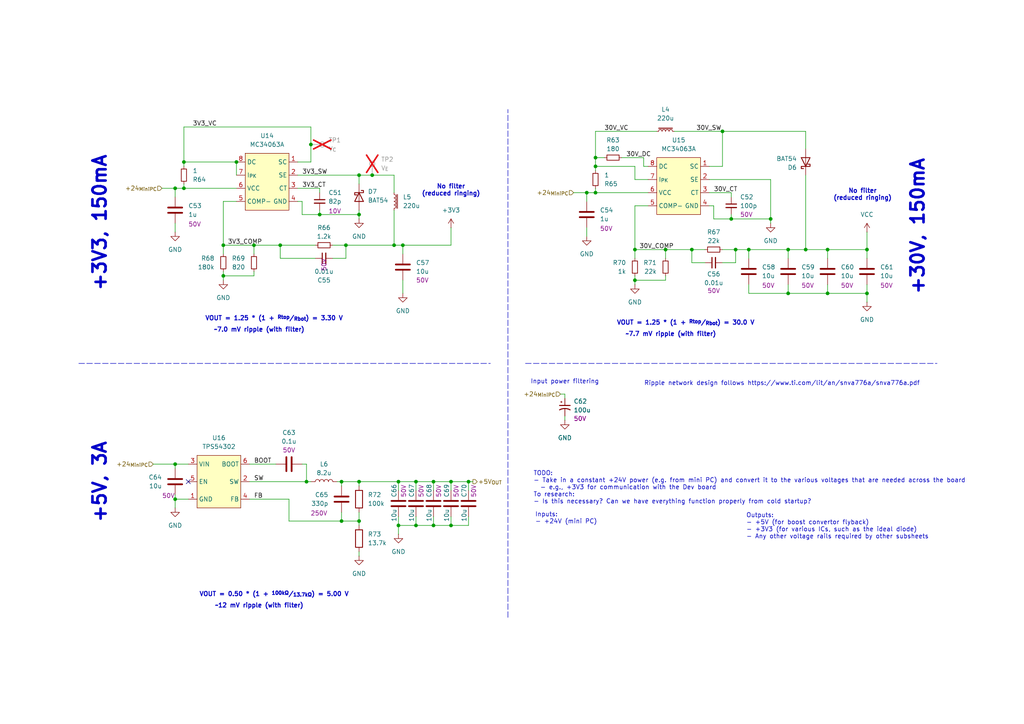
<source format=kicad_sch>
(kicad_sch (version 20250114) (generator "eeschema") (generator_version "9.0")
  (paper "A4")
  (title_block (title "Housekeeping Power Supplies") (date "2025-05-23") (rev "1") (company "UT Robomaster") (comment 1 "Robomaster"))
  (lib_symbols
    (symbol "! Robomaster ICs:MC34063A"
      (property "Reference" "U" (at 0 3.556 0))
      (property "Value" "MC34063A" (at 0 1.524 0))
      (symbol "MC34063A_1_1"
        (rectangle (start -6.35 0) (end 6.35 -16.51) (fill (type background)))
        (pin passive line (at -8.89 -2.54 0) (length 2.54) (name "DC") (number "8"))
        (pin input line (at -8.89 -6.35 0) (length 2.54) (name "I_{PK}") (number "7"))
        (pin power_in line (at -8.89 -10.16 0) (length 2.54) (name "VCC") (number "6"))
        (pin power_in line (at -8.89 -13.97 0) (length 2.54) (name "COMP-") (number "5"))
        (pin passive line (at 8.89 -2.54 180) (length 2.54) (name "SC") (number "1"))
        (pin passive line (at 8.89 -6.35 180) (length 2.54) (name "SE") (number "2"))
        (pin passive line (at 8.89 -10.16 180) (length 2.54) (name "CT") (number "3"))
        (pin power_in line (at 8.89 -13.97 180) (length 2.54) (name "GND") (number "4"))
      )
    )
    (symbol "! Robomaster ICs:TPS54302"
      (property "Reference" "U" (at 0 5.334 0))
      (property "Value" "TPS54302" (at 0 3.048 0))
      (symbol "TPS54302_1_1"
        (rectangle (start -6.35 -1.27) (end 6.35 -16.51) (fill (type background)))
        (pin power_in line (at -8.89 -3.81 0) (length 2.54) (name "VIN") (number "3"))
        (pin input line (at -8.89 -8.89 0) (length 2.54) (name "EN") (number "5"))
        (pin power_in line (at -8.89 -13.97 0) (length 2.54) (name "GND") (number "1"))
        (pin output line (at 8.89 -3.81 180) (length 2.54) (name "BOOT") (number "6"))
        (pin power_out line (at 8.89 -8.89 180) (length 2.54) (name "SW") (number "2"))
        (pin input line (at 8.89 -13.97 180) (length 2.54) (name "FB") (number "4"))
      )
    )
    (symbol "Connector:TestPoint" (pin_numbers (hide yes)) (pin_names (offset 0.762) (hide yes))
      (property "Reference" "TP" (at 0 6.858 0))
      (property "Value" "TestPoint" (at 0 5.08 0))
      (symbol "TestPoint_0_1"
        (circle (center 0 3.302) (radius 0.762))
      )
      (symbol "TestPoint_1_1"
        (pin passive line (at 0 0 90) (length 2.54) (name "1") (number "1"))
      )
    )
    (symbol "Device:C" (pin_numbers (hide yes)) (pin_names (offset 0.254))
      (property "Reference" "C" (at 0.635 2.54 0))
      (property "Value" "C" (at 0.635 -2.54 0))
      (symbol "C_0_1"
        (polyline (pts (xy -2.032 0.762) (xy 2.032 0.762)) (stroke (width 0.508)))
        (polyline (pts (xy -2.032 -0.762) (xy 2.032 -0.762)) (stroke (width 0.508)))
      )
      (symbol "C_1_1"
        (pin passive line (at 0 3.81 270) (length 2.794) (name "~") (number "1"))
        (pin passive line (at 0 -3.81 90) (length 2.794) (name "~") (number "2"))
      )
    )
    (symbol "Device:C_Polarized_Small_US" (pin_numbers (hide yes)) (pin_names (offset 0.254) (hide yes))
      (property "Reference" "C" (at 0.254 1.778 0))
      (property "Value" "C_Polarized_Small_US" (at 0.254 -2.032 0))
      (symbol "C_Polarized_Small_US_0_1"
        (polyline (pts (xy -1.524 0.508) (xy 1.524 0.508)) (stroke (width 0.3048)))
        (polyline (pts (xy -1.27 1.524) (xy -0.762 1.524)))
        (polyline (pts (xy -1.016 1.27) (xy -1.016 1.778)))
        (arc (start -1.524 -0.762) (mid 0 -0.3734) (end 1.524 -0.762) (stroke (width 0.3048)))
      )
      (symbol "C_Polarized_Small_US_1_1"
        (pin passive line (at 0 2.54 270) (length 2.032) (name "~") (number "1"))
        (pin passive line (at 0 -2.54 90) (length 2.032) (name "~") (number "2"))
      )
    )
    (symbol "Device:C_Small" (pin_numbers (hide yes)) (pin_names (offset 0.254) (hide yes))
      (property "Reference" "C" (at 0.254 1.778 0))
      (property "Value" "C_Small" (at 0.254 -2.032 0))
      (symbol "C_Small_0_1"
        (polyline (pts (xy -1.524 0.508) (xy 1.524 0.508)) (stroke (width 0.3048)))
        (polyline (pts (xy -1.524 -0.508) (xy 1.524 -0.508)) (stroke (width 0.3302)))
      )
      (symbol "C_Small_1_1"
        (pin passive line (at 0 2.54 270) (length 2.032) (name "~") (number "1"))
        (pin passive line (at 0 -2.54 90) (length 2.032) (name "~") (number "2"))
      )
    )
    (symbol "Device:D_Schottky" (pin_numbers (hide yes)) (pin_names (offset 1.016) (hide yes))
      (property "Reference" "D6" (at -0.3175 6.35 0))
      (property "Value" "BAT54" (at -0.3175 3.81 0))
      (symbol "D_Schottky_0_1"
        (polyline (pts (xy -1.905 0.635) (xy -1.905 1.27) (xy -1.27 1.27) (xy -1.27 -1.27) (xy -0.635 -1.27) (xy -0.635 -0.635)) (stroke (width 0.254)))
        (polyline (pts (xy 1.27 1.27) (xy 1.27 -1.27) (xy -1.27 0) (xy 1.27 1.27)) (stroke (width 0.254)))
        (polyline (pts (xy 1.27 0) (xy -1.27 0)))
      )
      (symbol "D_Schottky_1_1"
        (pin passive line (at -3.81 0 0) (length 2.54) (name "K") (number "3"))
        (pin passive line (at 3.81 0 180) (length 2.54) (name "A") (number "1"))
      )
    )
    (symbol "Device:L" (pin_numbers (hide yes)) (pin_names (offset 1.016) (hide yes))
      (property "Reference" "L" (at -1.27 0 90))
      (property "Value" "L" (at 1.905 0 90))
      (symbol "L_0_1"
        (arc (start 0 2.54) (mid 0.6323 1.905) (end 0 1.27))
        (arc (start 0 1.27) (mid 0.6323 0.635) (end 0 0))
        (arc (start 0 0) (mid 0.6323 -0.635) (end 0 -1.27))
        (arc (start 0 -1.27) (mid 0.6323 -1.905) (end 0 -2.54))
      )
      (symbol "L_1_1"
        (pin passive line (at 0 3.81 270) (length 1.27) (name "1") (number "1"))
        (pin passive line (at 0 -3.81 90) (length 1.27) (name "2") (number "2"))
      )
    )
    (symbol "Device:L_Iron_Small" (pin_numbers (hide yes)) (pin_names (offset 0.254) (hide yes))
      (property "Reference" "L" (at 1.27 1.016 0))
      (property "Value" "L_Iron_Small" (at 1.27 -1.27 0))
      (symbol "L_Iron_Small_0_1"
        (arc (start 0 2.032) (mid 0.5058 1.524) (end 0 1.016))
        (arc (start 0 1.016) (mid 0.5058 0.508) (end 0 0))
        (arc (start 0 0) (mid 0.5058 -0.508) (end 0 -1.016))
        (arc (start 0 -1.016) (mid 0.5058 -1.524) (end 0 -2.032))
        (polyline (pts (xy 0.762 2.032) (xy 0.762 -2.032)))
        (polyline (pts (xy 1.016 -2.032) (xy 1.016 2.032)))
      )
      (symbol "L_Iron_Small_1_1"
        (pin passive line (at 0 2.54 270) (length 0.508) (name "~") (number "1"))
        (pin passive line (at 0 -2.54 90) (length 0.508) (name "~") (number "2"))
      )
    )
    (symbol "Device:R" (pin_numbers (hide yes)) (pin_names (offset 0))
      (property "Reference" "R" (at 2.032 0 90))
      (property "Value" "R" (at 0 0 90))
      (symbol "R_0_1"
        (rectangle (start -1.016 -2.54) (end 1.016 2.54) (stroke (width 0.254)))
      )
      (symbol "R_1_1"
        (pin passive line (at 0 3.81 270) (length 1.27) (name "~") (number "1"))
        (pin passive line (at 0 -3.81 90) (length 1.27) (name "~") (number "2"))
      )
    )
    (symbol "Device:R_Small" (pin_numbers (hide yes)) (pin_names (offset 0.254) (hide yes))
      (property "Reference" "R" (at 0.762 0.508 0))
      (property "Value" "R_Small" (at 0.762 -1.016 0))
      (symbol "R_Small_0_1"
        (rectangle (start -0.762 1.778) (end 0.762 -1.778) (stroke (width 0.2032)))
      )
      (symbol "R_Small_1_1"
        (pin passive line (at 0 2.54 270) (length 0.762) (name "~") (number "1"))
        (pin passive line (at 0 -2.54 90) (length 0.762) (name "~") (number "2"))
      )
    )
    (symbol "power:+3V3" (power) (pin_numbers (hide yes)) (pin_names (offset 0) (hide yes))
      (property "Value" "+3V3" (at 0 3.556 0))
      (symbol "+3V3_0_1"
        (polyline (pts (xy -0.762 1.27) (xy 0 2.54)))
        (polyline (pts (xy 0 2.54) (xy 0.762 1.27)))
        (polyline (pts (xy 0 0) (xy 0 2.54)))
      )
      (symbol "+3V3_1_1"
        (pin power_in line (at 0 0 90) (length 0) (name "~") (number "1"))
      )
    )
    (symbol "power:GND" (power) (pin_numbers (hide yes)) (pin_names (offset 0) (hide yes))
      (property "Value" "GND" (at 0 -3.81 0))
      (symbol "GND_0_1"
        (polyline (pts (xy 0 0) (xy 0 -1.27) (xy 1.27 -1.27) (xy 0 -2.54) (xy -1.27 -1.27) (xy 0 -1.27)))
      )
      (symbol "GND_1_1"
        (pin power_in line (at 0 0 270) (length 0) (name "~") (number "1"))
      )
    )
    (symbol "power:VCC" (power) (pin_numbers (hide yes)) (pin_names (offset 0) (hide yes))
      (property "Value" "VCC" (at 0 3.556 0))
      (symbol "VCC_0_1"
        (polyline (pts (xy -0.762 1.27) (xy 0 2.54)))
        (polyline (pts (xy 0 2.54) (xy 0.762 1.27)))
        (polyline (pts (xy 0 0) (xy 0 2.54)))
      )
      (symbol "VCC_1_1"
        (pin power_in line (at 0 0 90) (length 0) (name "~") (number "1"))
      )
    )
  )
  (text "~12 mV ripple (with filter)" (at 75.184 175.768 0) (effects (font (size 1.27 1.27) (thickness 0.254) (bold yes))))
  (text "+5V, 3A" (at 26.67 139.954 90) (effects (font (size 3.81 3.81) (thickness 0.762) (bold yes)) (justify top)))
  (text "+3V3, 150mA" (at 26.67 64.77 90) (effects (font (size 3.81 3.81) (thickness 0.762) (bold yes)) (justify top)))
  (text "No filter\n(reduced ringing)" (at 250.19 56.515 0) (effects (font (size 1.27 1.27) (thickness 0.254) (bold yes))))
  (text "Outputs:\n- +5V (for boost convertor flyback)\n- +3V3 (for various ICs, such as the ideal diode)\n- Any other voltage rails required by other subsheets" (at 216.408 148.844 0) (effects (font (size 1.27 1.27)) (justify left top)))
  (text "VOUT = 1.25 * (1 + ^{Rtop}/_{Rbot}) = 30.0 V" (at 198.882 93.726 0) (effects (font (size 1.27 1.27) (thickness 0.254) (bold yes))))
  (text "Inputs:\n- +24V (mini PC)" (at 155.194 148.59 0) (effects (font (size 1.27 1.27)) (justify left top)))
  (text "~7.7 mV ripple (with filter)" (at 194.564 97.028 0) (effects (font (size 1.27 1.27) (thickness 0.254) (bold yes))))
  (text "TODO:\n- Take in a constant +24V power (e.g. from mini PC) and convert it to the various voltages that are needed across the board\n  - e.g., +3V3 for communication with the Dev board\nTo research:\n- Is this necessary? Can we have everything function properly from cold startup?" (at 154.686 136.652 0) (effects (font (size 1.27 1.27)) (justify left top)))
  (text "~7.0 mV ripple (with filter)" (at 75.184 95.758 0) (effects (font (size 1.27 1.27) (thickness 0.254) (bold yes))))
  (text "Ripple network design follows https://www.ti.com/lit/an/snva776a/snva776a.pdf" (at 226.822 111.252 0) (effects (font (size 1.27 1.27))))
  (text "Input power filtering" (at 163.83 111.506 0) (effects (font (size 1.27 1.27)) (justify bottom)))
  (text "VOUT = 1.25 * (1 + ^{Rtop}/_{Rbot}) = 3.30 V" (at 79.502 92.456 0) (effects (font (size 1.27 1.27) (thickness 0.254) (bold yes))))
  (text "No filter\n(reduced ringing)" (at 130.81 55.245 0) (effects (font (size 1.27 1.27) (thickness 0.254) (bold yes))))
  (text "VOUT = 0.50 * (1 + ^{100kΩ}/_{13.7kΩ}) = 5.00 V" (at 79.502 172.466 0) (effects (font (size 1.27 1.27) (thickness 0.254) (bold yes))))
  (text "+30V, 150mA" (at 263.906 65.786 90) (effects (font (size 3.81 3.81) (thickness 0.762) (bold yes)) (justify top)))
  (junction (at 251.46 85.09))
  (junction (at 200.66 72.39))
  (junction (at 172.72 45.72))
  (junction (at 193.04 72.39))
  (junction (at 213.36 72.39))
  (junction (at 53.34 46.99))
  (junction (at 170.18 55.88))
  (junction (at 125.73 152.4))
  (junction (at 81.28 71.12))
  (junction (at 135.89 139.7))
  (junction (at 115.57 139.7))
  (junction (at 130.81 139.7))
  (junction (at 114.3 71.12))
  (junction (at 64.77 71.12))
  (junction (at 184.15 81.28))
  (junction (at 212.09 63.5))
  (junction (at 115.57 152.4))
  (junction (at 104.14 62.23))
  (junction (at 209.55 38.1))
  (junction (at 50.8 144.78))
  (junction (at 184.15 72.39))
  (junction (at 104.14 50.8))
  (junction (at 130.81 152.4))
  (junction (at 99.06 139.7))
  (junction (at 217.17 72.39))
  (junction (at 223.52 63.5))
  (junction (at 50.8 54.61))
  (junction (at 104.14 139.7))
  (junction (at 240.03 85.09))
  (junction (at 172.72 48.26))
  (junction (at 240.03 72.39))
  (junction (at 233.68 72.39))
  (junction (at 90.17 41.91))
  (junction (at 228.6 72.39))
  (junction (at 68.58 46.99))
  (junction (at 88.9 139.7))
  (junction (at 73.66 71.12))
  (junction (at 100.33 71.12))
  (junction (at 228.6 85.09))
  (junction (at 120.65 139.7))
  (junction (at 53.34 54.61))
  (junction (at 92.71 62.23))
  (junction (at 125.73 139.7))
  (junction (at 99.06 151.13))
  (junction (at 64.77 80.01))
  (junction (at 104.14 151.13))
  (junction (at 116.84 71.12))
  (junction (at 120.65 152.4))
  (junction (at 107.95 50.8))
  (junction (at 50.8 134.62))
  (junction (at 172.72 55.88))
  (junction (at 251.46 72.39))
  (no_connect (at 54.61 139.7))
  (wire (pts (xy 170.18 55.88) (xy 172.72 55.88)))
  (wire (pts (xy 163.83 120.65) (xy 163.83 121.92)))
  (wire (pts (xy 212.09 57.15) (xy 212.09 55.88)))
  (wire (pts (xy 172.72 45.72) (xy 172.72 48.26)))
  (wire (pts (xy 100.33 71.12) (xy 114.3 71.12)))
  (polyline (pts (xy 22.86 105.41) (xy 142.24 105.41)) (stroke (width 0) (type dash)))
  (wire (pts (xy 114.3 55.88) (xy 114.3 50.8)))
  (wire (pts (xy 187.96 52.07) (xy 184.15 52.07)))
  (wire (pts (xy 200.66 76.2) (xy 200.66 72.39)))
  (wire (pts (xy 104.14 139.7) (xy 115.57 139.7)))
  (wire (pts (xy 99.06 139.7) (xy 99.06 140.97)))
  (wire (pts (xy 233.68 38.1) (xy 233.68 43.18)))
  (wire (pts (xy 170.18 55.88) (xy 170.18 58.42)))
  (wire (pts (xy 116.84 81.28) (xy 116.84 85.09)))
  (wire (pts (xy 217.17 72.39) (xy 217.17 74.93)))
  (wire (pts (xy 72.39 134.62) (xy 80.01 134.62)))
  (wire (pts (xy 172.72 38.1) (xy 172.72 45.72)))
  (wire (pts (xy 104.14 60.96) (xy 104.14 62.23)))
  (wire (pts (xy 205.74 52.07) (xy 223.52 52.07)))
  (wire (pts (xy 187.96 59.69) (xy 184.15 59.69)))
  (wire (pts (xy 162.56 114.3) (xy 163.83 114.3)))
  (wire (pts (xy 193.04 72.39) (xy 200.66 72.39)))
  (wire (pts (xy 114.3 71.12) (xy 116.84 71.12)))
  (wire (pts (xy 125.73 149.86) (xy 125.73 152.4)))
  (wire (pts (xy 99.06 148.59) (xy 99.06 151.13)))
  (wire (pts (xy 193.04 81.28) (xy 184.15 81.28)))
  (wire (pts (xy 213.36 72.39) (xy 213.36 76.2)))
  (wire (pts (xy 130.81 152.4) (xy 135.89 152.4)))
  (wire (pts (xy 209.55 38.1) (xy 233.68 38.1)))
  (wire (pts (xy 114.3 60.96) (xy 114.3 71.12)))
  (wire (pts (xy 135.89 142.24) (xy 135.89 139.7)))
  (wire (pts (xy 53.34 36.83) (xy 53.34 46.99)))
  (wire (pts (xy 104.14 160.02) (xy 104.14 161.29)))
  (wire (pts (xy 68.58 46.99) (xy 68.58 50.8)))
  (wire (pts (xy 184.15 80.01) (xy 184.15 81.28)))
  (wire (pts (xy 125.73 139.7) (xy 130.81 139.7)))
  (wire (pts (xy 130.81 139.7) (xy 135.89 139.7)))
  (wire (pts (xy 44.45 134.62) (xy 50.8 134.62)))
  (wire (pts (xy 50.8 144.78) (xy 54.61 144.78)))
  (wire (pts (xy 135.89 139.7) (xy 137.16 139.7)))
  (wire (pts (xy 205.74 48.26) (xy 209.55 48.26)))
  (wire (pts (xy 90.17 36.83) (xy 53.34 36.83)))
  (wire (pts (xy 116.84 71.12) (xy 116.84 73.66)))
  (wire (pts (xy 180.34 45.72) (xy 186.69 45.72)))
  (wire (pts (xy 193.04 72.39) (xy 193.04 74.93)))
  (wire (pts (xy 73.66 71.12) (xy 73.66 73.66)))
  (wire (pts (xy 228.6 82.55) (xy 228.6 85.09)))
  (wire (pts (xy 135.89 152.4) (xy 135.89 149.86)))
  (wire (pts (xy 115.57 149.86) (xy 115.57 152.4)))
  (wire (pts (xy 205.74 59.69) (xy 207.01 59.69)))
  (wire (pts (xy 209.55 38.1) (xy 195.58 38.1)))
  (wire (pts (xy 50.8 144.78) (xy 50.8 147.32)))
  (wire (pts (xy 83.82 151.13) (xy 83.82 144.78)))
  (wire (pts (xy 228.6 72.39) (xy 228.6 74.93)))
  (wire (pts (xy 92.71 62.23) (xy 87.63 62.23)))
  (wire (pts (xy 130.81 71.12) (xy 130.81 66.04)))
  (wire (pts (xy 233.68 50.8) (xy 233.68 72.39)))
  (wire (pts (xy 228.6 72.39) (xy 233.68 72.39)))
  (wire (pts (xy 186.69 48.26) (xy 187.96 48.26)))
  (wire (pts (xy 240.03 85.09) (xy 251.46 85.09)))
  (wire (pts (xy 53.34 54.61) (xy 68.58 54.61)))
  (wire (pts (xy 92.71 54.61) (xy 86.36 54.61)))
  (wire (pts (xy 115.57 152.4) (xy 115.57 154.94)))
  (wire (pts (xy 91.44 74.93) (xy 81.28 74.93)))
  (wire (pts (xy 64.77 78.74) (xy 64.77 80.01)))
  (wire (pts (xy 184.15 48.26) (xy 172.72 48.26)))
  (wire (pts (xy 193.04 80.01) (xy 193.04 81.28)))
  (wire (pts (xy 212.09 63.5) (xy 207.01 63.5)))
  (wire (pts (xy 190.5 38.1) (xy 172.72 38.1)))
  (wire (pts (xy 251.46 82.55) (xy 251.46 85.09)))
  (wire (pts (xy 73.66 78.74) (xy 73.66 80.01)))
  (wire (pts (xy 88.9 139.7) (xy 90.17 139.7)))
  (wire (pts (xy 172.72 48.26) (xy 172.72 49.53)))
  (wire (pts (xy 87.63 134.62) (xy 88.9 134.62)))
  (wire (pts (xy 100.33 71.12) (xy 100.33 74.93)))
  (wire (pts (xy 184.15 81.28) (xy 184.15 82.55)))
  (wire (pts (xy 240.03 82.55) (xy 240.03 85.09)))
  (wire (pts (xy 99.06 151.13) (xy 83.82 151.13)))
  (wire (pts (xy 184.15 59.69) (xy 184.15 72.39)))
  (wire (pts (xy 115.57 139.7) (xy 120.65 139.7)))
  (wire (pts (xy 50.8 54.61) (xy 53.34 54.61)))
  (wire (pts (xy 120.65 149.86) (xy 120.65 152.4)))
  (wire (pts (xy 170.18 66.04) (xy 170.18 68.58)))
  (wire (pts (xy 213.36 72.39) (xy 217.17 72.39)))
  (wire (pts (xy 240.03 72.39) (xy 240.03 74.93)))
  (wire (pts (xy 72.39 144.78) (xy 83.82 144.78)))
  (wire (pts (xy 115.57 139.7) (xy 115.57 142.24)))
  (wire (pts (xy 251.46 72.39) (xy 251.46 74.93)))
  (wire (pts (xy 86.36 46.99) (xy 90.17 46.99)))
  (wire (pts (xy 96.52 71.12) (xy 100.33 71.12)))
  (wire (pts (xy 64.77 71.12) (xy 64.77 73.66)))
  (wire (pts (xy 213.36 76.2) (xy 209.55 76.2)))
  (wire (pts (xy 223.52 63.5) (xy 212.09 63.5)))
  (wire (pts (xy 120.65 152.4) (xy 125.73 152.4)))
  (wire (pts (xy 186.69 45.72) (xy 186.69 48.26)))
  (wire (pts (xy 81.28 74.93) (xy 81.28 71.12)))
  (wire (pts (xy 130.81 149.86) (xy 130.81 152.4)))
  (wire (pts (xy 251.46 85.09) (xy 251.46 87.63)))
  (wire (pts (xy 172.72 54.61) (xy 172.72 55.88)))
  (wire (pts (xy 46.99 54.61) (xy 50.8 54.61)))
  (wire (pts (xy 53.34 53.34) (xy 53.34 54.61)))
  (wire (pts (xy 50.8 134.62) (xy 50.8 135.89)))
  (wire (pts (xy 104.14 148.59) (xy 104.14 151.13)))
  (wire (pts (xy 72.39 139.7) (xy 88.9 139.7)))
  (wire (pts (xy 223.52 63.5) (xy 223.52 64.77)))
  (wire (pts (xy 184.15 52.07) (xy 184.15 48.26)))
  (wire (pts (xy 50.8 134.62) (xy 54.61 134.62)))
  (wire (pts (xy 73.66 80.01) (xy 64.77 80.01)))
  (wire (pts (xy 209.55 72.39) (xy 213.36 72.39)))
  (wire (pts (xy 212.09 62.23) (xy 212.09 63.5)))
  (wire (pts (xy 86.36 58.42) (xy 87.63 58.42)))
  (wire (pts (xy 104.14 139.7) (xy 104.14 140.97)))
  (wire (pts (xy 90.17 41.91) (xy 90.17 46.99)))
  (wire (pts (xy 217.17 85.09) (xy 228.6 85.09)))
  (wire (pts (xy 120.65 139.7) (xy 120.65 142.24)))
  (wire (pts (xy 209.55 38.1) (xy 209.55 48.26)))
  (wire (pts (xy 125.73 139.7) (xy 125.73 142.24)))
  (wire (pts (xy 64.77 58.42) (xy 64.77 71.12)))
  (wire (pts (xy 204.47 76.2) (xy 200.66 76.2)))
  (wire (pts (xy 99.06 151.13) (xy 104.14 151.13)))
  (wire (pts (xy 50.8 143.51) (xy 50.8 144.78)))
  (wire (pts (xy 184.15 72.39) (xy 193.04 72.39)))
  (wire (pts (xy 64.77 71.12) (xy 73.66 71.12)))
  (wire (pts (xy 92.71 55.88) (xy 92.71 54.61)))
  (wire (pts (xy 107.95 50.8) (xy 114.3 50.8)))
  (wire (pts (xy 100.33 74.93) (xy 96.52 74.93)))
  (wire (pts (xy 104.14 50.8) (xy 104.14 53.34)))
  (wire (pts (xy 184.15 72.39) (xy 184.15 74.93)))
  (wire (pts (xy 53.34 46.99) (xy 53.34 48.26)))
  (wire (pts (xy 104.14 50.8) (xy 107.95 50.8)))
  (wire (pts (xy 217.17 72.39) (xy 228.6 72.39)))
  (wire (pts (xy 120.65 139.7) (xy 125.73 139.7)))
  (polyline (pts (xy 147.32 179.07) (xy 147.32 31.75)) (stroke (width 0) (type dash)))
  (wire (pts (xy 251.46 72.39) (xy 251.46 67.31)))
  (wire (pts (xy 233.68 72.39) (xy 240.03 72.39)))
  (wire (pts (xy 240.03 72.39) (xy 251.46 72.39)))
  (wire (pts (xy 172.72 45.72) (xy 175.26 45.72)))
  (wire (pts (xy 64.77 80.01) (xy 64.77 81.28)))
  (wire (pts (xy 217.17 85.09) (xy 217.17 82.55)))
  (wire (pts (xy 68.58 58.42) (xy 64.77 58.42)))
  (wire (pts (xy 125.73 152.4) (xy 130.81 152.4)))
  (wire (pts (xy 92.71 60.96) (xy 92.71 62.23)))
  (wire (pts (xy 88.9 134.62) (xy 88.9 139.7)))
  (wire (pts (xy 104.14 50.8) (xy 86.36 50.8)))
  (wire (pts (xy 99.06 139.7) (xy 104.14 139.7)))
  (wire (pts (xy 50.8 64.77) (xy 50.8 67.31)))
  (wire (pts (xy 73.66 71.12) (xy 81.28 71.12)))
  (polyline (pts (xy 152.4 105.41) (xy 271.78 105.41)) (stroke (width 0) (type dash)))
  (wire (pts (xy 172.72 55.88) (xy 187.96 55.88)))
  (wire (pts (xy 130.81 139.7) (xy 130.81 142.24)))
  (wire (pts (xy 104.14 62.23) (xy 104.14 63.5)))
  (wire (pts (xy 163.83 114.3) (xy 163.83 115.57)))
  (wire (pts (xy 53.34 46.99) (xy 68.58 46.99)))
  (wire (pts (xy 212.09 55.88) (xy 205.74 55.88)))
  (wire (pts (xy 90.17 36.83) (xy 90.17 41.91)))
  (wire (pts (xy 104.14 151.13) (xy 104.14 152.4)))
  (wire (pts (xy 200.66 72.39) (xy 204.47 72.39)))
  (wire (pts (xy 116.84 71.12) (xy 130.81 71.12)))
  (wire (pts (xy 104.14 62.23) (xy 92.71 62.23)))
  (wire (pts (xy 97.79 139.7) (xy 99.06 139.7)))
  (wire (pts (xy 50.8 54.61) (xy 50.8 57.15)))
  (wire (pts (xy 115.57 152.4) (xy 120.65 152.4)))
  (wire (pts (xy 223.52 52.07) (xy 223.52 63.5)))
  (wire (pts (xy 81.28 71.12) (xy 91.44 71.12)))
  (wire (pts (xy 207.01 59.69) (xy 207.01 63.5)))
  (wire (pts (xy 87.63 58.42) (xy 87.63 62.23)))
  (wire (pts (xy 166.37 55.88) (xy 170.18 55.88)))
  (wire (pts (xy 228.6 85.09) (xy 240.03 85.09)))
  (label "30V_DC" (at 181.61 45.72 0))
  (label "3V3_COMP" (at 66.04 71.12 0))
  (label "3V3_CT" (at 87.63 54.61 0))
  (label "SW" (at 73.66 139.7 0))
  (label "30V_SW" (at 201.93 38.1 0))
  (label "FB" (at 73.66 144.78 0))
  (label "30V_VC" (at 175.26 38.1 0))
  (label "30V_COMP" (at 185.42 72.39 0))
  (label "30V_CT" (at 207.01 55.88 0))
  (label "3V3_SW" (at 87.63 50.8 0))
  (label "BOOT" (at 73.66 134.62 0))
  (label "3V3_VC" (at 55.88 36.83 0))
  (hierarchical_label "+5V_{OUT}" (shape output) (at 137.16 139.7 0))
  (hierarchical_label "+24_{MiniPC}" (shape input) (at 44.45 134.62 180))
  (hierarchical_label "+24_{MiniPC}" (shape input) (at 46.99 54.61 180))
  (hierarchical_label "+24_{MiniPC}" (shape input) (at 166.37 55.88 180))
  (hierarchical_label "+24_{MiniPC}" (shape input) (at 162.56 114.3 180))
  (symbol (lib_id "power:GND") (at 104.14 161.29 0) (unit 1)
    (property "Reference" "#PWR096" (effects (hide yes)))
    (property "Value" "GND" (at 104.14 166.37 0))
    (property "Description" "Power symbol creates a global label with name \"GND\" , ground" (effects (hide yes)))
  )
  (symbol (lib_id "power:+3V3") (at 130.81 66.04 0) (unit 1)
    (property "Reference" "#PWR085" (effects (hide yes)))
    (property "Value" "+3V3" (at 130.81 60.96 0))
    (property "Description" "Power symbol creates a global label with name \"+3V3\"" (effects (hide yes)))
    (instances (project "SupercapManager" (path "" (reference "#PWR085") (unit 1))) (project "Housekeeping Rev1" (path "" (reference "#PWR015") (unit 1))) (project "SupercapManager" (path "" (reference "#PWR085") (unit 1))))
  )
  (symbol (lib_id "Device:R_Small") (at 93.98 71.12 90) (unit 1)
    (property "Reference" "R66" (at 93.98 66.04 90))
    (property "Value" "1.2k" (at 93.98 68.58 90))
    (property "Footprint" "Resistor_SMD:R_0603_1608Metric_Pad0.98x0.95mm_HandSolder" (effects (hide yes)))
    (property "Datasheet" "https://www.mouser.com/datasheet/2/447/PYu_RT_1_to_0_01_RoHS_L_15-3461507.pdf" (effects (hide yes)))
    (property "Description" "Resistor, small symbol" (effects (hide yes)))
    (property "Mouser Part Number" "603-RT0603DRD071K2L" (effects (hide yes)))
    (instances (project "SupercapManager" (path "" (reference "R66") (unit 1))) (project "Housekeeping Rev1" (path "" (reference "R7") (unit 1))) (project "SupercapManager" (path "" (reference "R66") (unit 1))))
  )
  (symbol (lib_id "Device:C") (at 240.03 78.74 0) (unit 1)
    (property "Reference" "C60" (at 243.84 77.4699 0) (effects (justify left)))
    (property "Value" "10u" (at 243.84 80.0099 0) (effects (justify left)))
    (property "Footprint" "Capacitor_SMD:C_1206_3216Metric_Pad1.33x1.80mm_HandSolder" (effects (hide yes)))
    (property "Datasheet" "https://www.mouser.com/datasheet/2/585/MLCC-1837944.pdf" (effects (hide yes)))
    (property "Description" "Unpolarized capacitor" (effects (hide yes)))
    (property "Mouser Part Number" "187-CL31A106KBHNNNE" (effects (hide yes)))
    (property "Voltage Rating" "50V" (at 243.84 82.804 0) (effects (justify left)))
  )
  (symbol (lib_id "Device:D_Schottky") (at 233.68 46.99 90) (unit 1)
    (property "Reference" "D6" (at 231.14 48.5776 90) (effects (justify left)))
    (property "Value" "BAT54" (at 231.14 46.0376 90) (effects (justify left)))
    (property "Footprint" "Package_TO_SOT_SMD:SOT-23_Handsoldering" (effects (hide yes)))
    (property "Datasheet" "https://www.mouser.com/datasheet/2/1057/BAT54_SERIES-1868856.pdf" (effects (hide yes)))
    (property "Description" "Schottky diode" (effects (hide yes)))
    (property "Mouser Part Number" "241-BAT54_R1_00001" (effects (hide yes)))
  )
  (symbol (lib_id "power:GND") (at 184.15 82.55 0) (unit 1)
    (property "Reference" "#PWR090" (effects (hide yes)))
    (property "Value" "GND" (at 184.15 87.63 0))
    (property "Description" "Power symbol creates a global label with name \"GND\" , ground" (effects (hide yes)))
  )
  (symbol (lib_id "Device:L") (at 93.98 139.7 90) (unit 1)
    (property "Reference" "L6" (at 93.98 134.62 90))
    (property "Value" "8.2u" (at 93.98 137.16 90))
    (property "Footprint" "Inductor_SMD:L_10.4x10.4_H4.8" (effects (hide yes)))
    (property "Datasheet" "https://www.mouser.com/datasheet/2/87/eaton_dr1050_shielded_power_inductors_data_sheet-1608442.pdf" (effects (hide yes)))
    (property "Description" "Inductor" (effects (hide yes)))
    (property "Mouser Part Number" "704-DR1050-8R2-R" (effects (hide yes)))
  )
  (symbol (lib_id "power:GND") (at 116.84 85.09 0) (unit 1)
    (property "Reference" "#PWR091" (effects (hide yes)))
    (property "Value" "GND" (at 116.84 90.17 0))
    (property "Description" "Power symbol creates a global label with name \"GND\" , ground" (effects (hide yes)))
    (instances (project "SupercapManager" (path "" (reference "#PWR091") (unit 1))) (project "Housekeeping Rev1" (path "" (reference "#PWR020") (unit 1))) (project "SupercapManager" (path "" (reference "#PWR091") (unit 1))))
  )
  (symbol (lib_id "Device:C") (at 251.46 78.74 0) (unit 1)
    (property "Reference" "C61" (at 255.27 77.4699 0) (effects (justify left)))
    (property "Value" "10u" (at 255.27 80.0099 0) (effects (justify left)))
    (property "Footprint" "Capacitor_SMD:C_1206_3216Metric_Pad1.33x1.80mm_HandSolder" (effects (hide yes)))
    (property "Datasheet" "https://www.mouser.com/datasheet/2/585/MLCC-1837944.pdf" (effects (hide yes)))
    (property "Description" "Unpolarized capacitor" (effects (hide yes)))
    (property "Mouser Part Number" "187-CL31A106KBHNNNE" (effects (hide yes)))
    (property "Voltage Rating" "50V" (at 255.27 82.804 0) (effects (justify left)))
  )
  (symbol (lib_id "Device:R") (at 104.14 156.21 0) (unit 1)
    (property "Reference" "R73" (at 106.68 154.9399 0) (effects (justify left)))
    (property "Value" "13.7k" (at 106.68 157.4799 0) (effects (justify left)))
    (property "Footprint" "Resistor_SMD:R_0603_1608Metric_Pad0.98x0.95mm_HandSolder" (effects (hide yes)))
    (property "Description" "Resistor" (effects (hide yes)))
    (property "Mouser Part Number" "603-AC0603FR-0713K7L" (effects (hide yes)))
  )
  (symbol (lib_id "Device:R_Small") (at 53.34 50.8 0) (mirror x) (unit 1)
    (property "Reference" "R64" (at 55.88 52.0701 0) (effects (justify left)))
    (property "Value" "1" (at 55.88 49.5301 0) (effects (justify left)))
    (property "Footprint" "Resistor_SMD:R_0603_1608Metric_Pad0.98x0.95mm_HandSolder" (effects (hide yes)))
    (property "Datasheet" "https://industrial.panasonic.com/cdbs/www-data/pdf/RDN0000/AOA0000C313.pdf" (effects (hide yes)))
    (property "Description" "Resistor, small symbol" (effects (hide yes)))
    (property "Mouser Part Number" "652-CR0603-F/1R00ELF" (effects (hide yes)))
  )
  (symbol (lib_id "Device:C") (at 135.89 146.05 0) (unit 1)
    (property "Reference" "C70" (at 134.62 144.272 90) (effects (justify left)))
    (property "Value" "10u" (at 134.62 147.574 90) (effects (justify right)))
    (property "Footprint" "Capacitor_SMD:C_1206_3216Metric_Pad1.33x1.80mm_HandSolder" (effects (hide yes)))
    (property "Datasheet" "https://www.mouser.com/datasheet/2/585/MLCC-1837944.pdf" (effects (hide yes)))
    (property "Description" "Unpolarized capacitor" (effects (hide yes)))
    (property "Mouser Part Number" "187-CL31A106KBHNNNE" (effects (hide yes)))
    (property "Voltage Rating" "50V" (at 137.414 144.272 90) (effects (justify left)))
  )
  (symbol (lib_id "Device:C_Polarized_Small_US") (at 163.83 118.11 0) (unit 1)
    (property "Reference" "C62" (at 166.37 116.4081 0) (effects (justify left)))
    (property "Value" "100u" (at 166.37 118.9481 0) (effects (justify left)))
    (property "Footprint" "Capacitor_THT:CP_Radial_D8.0mm_P3.50mm" (effects (hide yes)))
    (property "Datasheet" "https://www.we-online.com/components/products/datasheet/860010674014.pdf" (effects (hide yes)))
    (property "Description" "Polarized capacitor, small US symbol" (effects (hide yes)))
    (property "Mouser Part Number" "710-860010674014" (effects (hide yes)))
    (property "Voltage Rating" "50V" (at 166.37 121.412 0) (effects (justify left)))
    (instances (project "SupercapManager" (path "" (reference "C62") (unit 1))) (project "Housekeeping Rev1" (path "" (reference "C2") (unit 1))) (project "SupercapManager" (path "" (reference "C62") (unit 1))))
  )
  (symbol (lib_id "power:GND") (at 50.8 147.32 0) (unit 1)
    (property "Reference" "#PWR094" (effects (hide yes)))
    (property "Value" "GND" (at 50.8 152.4 0))
    (property "Description" "Power symbol creates a global label with name \"GND\" , ground" (effects (hide yes)))
  )
  (symbol (lib_id "Device:C") (at 130.81 146.05 0) (unit 1)
    (property "Reference" "C69" (at 129.54 144.272 90) (effects (justify left)))
    (property "Value" "10u" (at 129.54 147.574 90) (effects (justify right)))
    (property "Footprint" "Capacitor_SMD:C_1206_3216Metric_Pad1.33x1.80mm_HandSolder" (effects (hide yes)))
    (property "Datasheet" "https://www.mouser.com/datasheet/2/585/MLCC-1837944.pdf" (effects (hide yes)))
    (property "Description" "Unpolarized capacitor" (effects (hide yes)))
    (property "Mouser Part Number" "187-CL31A106KBHNNNE" (effects (hide yes)))
    (property "Voltage Rating" "50V" (at 132.334 144.272 90) (effects (justify left)))
  )
  (symbol (lib_id "Device:C_Small") (at 207.01 76.2 90) (mirror x) (unit 1)
    (property "Reference" "C56" (at 207.01 79.502 90))
    (property "Value" "0.01u" (at 207.01 82.042 90))
    (property "Footprint" "Capacitor_SMD:C_0603_1608Metric_Pad1.08x0.95mm_HandSolder" (effects (hide yes)))
    (property "Description" "Unpolarized capacitor, small symbol" (effects (hide yes)))
    (property "Mouser Part Number" "187-CL10B103KC8NNNC" (effects (hide yes)))
    (property "Voltage Rating" "50V" (at 207.0163 84.328 90))
  )
  (symbol (lib_id "power:GND") (at 223.52 64.77 0) (unit 1)
    (property "Reference" "#PWR084" (effects (hide yes)))
    (property "Value" "GND" (at 223.52 69.85 0))
    (property "Description" "Power symbol creates a global label with name \"GND\" , ground" (effects (hide yes)))
  )
  (symbol (lib_id "Device:R") (at 104.14 144.78 0) (unit 1)
    (property "Reference" "R72" (at 106.68 143.5099 0) (effects (justify left)))
    (property "Value" "100k" (at 106.68 146.0499 0) (effects (justify left)))
    (property "Footprint" "Resistor_SMD:R_0603_1608Metric_Pad0.98x0.95mm_HandSolder" (effects (hide yes)))
    (property "Description" "Resistor" (effects (hide yes)))
    (property "Mouser Part Number" "660-RN73H1JTD1003D25" (effects (hide yes)))
  )
  (symbol (lib_id "! Robomaster ICs:MC34063A") (at 196.85 45.72 0) (unit 1)
    (property "Reference" "U15" (at 196.85 40.64 0))
    (property "Value" "MC34063A" (at 196.85 43.18 0))
    (property "Footprint" "Package_SO:SOIC-8_3.9x4.9mm_P1.27mm" (effects (hide yes)))
    (property "Datasheet" "https://www.ti.com/lit/gpn/mc34063a" (effects (hide yes)))
    (property "Description" "1.5-A boost, buck, inverting switching regulator, operation from 0°C to 70°C" (effects (hide yes)))
    (property "Mouser Part Number" "595-MC34063ADR" (effects (hide yes)))
  )
  (symbol (lib_id "Connector:TestPoint") (at 90.17 41.91 270) (unit 1) (dnp yes)
    (property "Reference" "TP1" (at 95.25 40.6399 90) (effects (justify left)))
    (property "Value" "V_{C}" (at 95.25 43.1799 90) (effects (justify left)))
    (property "Footprint" "TestPoint:TestPoint_Bridge_Pitch2.0mm_Drill0.7mm" (effects (hide yes)))
    (property "Description" "test point" (effects (hide yes)))
  )
  (symbol (lib_id "Device:R_Small") (at 207.01 72.39 90) (unit 1)
    (property "Reference" "R67" (at 207.01 67.31 90))
    (property "Value" "22k" (at 207.01 69.85 90))
    (property "Footprint" "Resistor_SMD:R_0603_1608Metric_Pad0.98x0.95mm_HandSolder" (effects (hide yes)))
    (property "Description" "Resistor, small symbol" (effects (hide yes)))
    (property "Mouser Part Number" "71-CRCW0603-22K-E3" (effects (hide yes)))
  )
  (symbol (lib_id "Device:D_Schottky") (at 104.14 57.15 270) (unit 1)
    (property "Reference" "D7" (at 106.68 55.5624 90) (effects (justify left)))
    (property "Value" "BAT54" (at 106.68 58.1024 90) (effects (justify left)))
    (property "Footprint" "Package_TO_SOT_SMD:SOT-23_Handsoldering" (effects (hide yes)))
    (property "Datasheet" "https://www.mouser.com/datasheet/2/1057/BAT54_SERIES-1868856.pdf" (effects (hide yes)))
    (property "Description" "Schottky diode" (effects (hide yes)))
    (property "Mouser Part Number" "241-BAT54_R1_00001" (effects (hide yes)))
    (instances (project "SupercapManager" (path "" (reference "D7") (unit 1))) (project "Housekeeping Rev1" (path "" (reference "D1") (unit 1))) (project "SupercapManager" (path "" (reference "D7") (unit 1))))
  )
  (symbol (lib_id "power:GND") (at 251.46 87.63 0) (unit 1)
    (property "Reference" "#PWR092" (effects (hide yes)))
    (property "Value" "GND" (at 251.46 92.71 0))
    (property "Description" "Power symbol creates a global label with name \"GND\" , ground" (effects (hide yes)))
  )
  (symbol (lib_id "power:GND") (at 115.57 154.94 0) (unit 1)
    (property "Reference" "#PWR095" (effects (hide yes)))
    (property "Value" "GND" (at 115.57 160.02 0))
    (property "Description" "Power symbol creates a global label with name \"GND\" , ground" (effects (hide yes)))
  )
  (symbol (lib_id "Device:C_Small") (at 92.71 58.42 0) (unit 1)
    (property "Reference" "C51" (at 95.25 55.88 0) (effects (justify left)))
    (property "Value" "82p" (at 95.25 58.42 0) (effects (justify left)))
    (property "Footprint" "Capacitor_SMD:C_0603_1608Metric_Pad1.08x0.95mm_HandSolder" (effects (hide yes)))
    (property "Description" "Unpolarized capacitor, small symbol" (effects (hide yes)))
    (property "Mouser Part Number" "791-0603N820J100CT" (effects (hide yes)))
    (property "Voltage Rating" "10V" (at 95.25 61.2078 0) (effects (justify left)))
  )
  (symbol (lib_id "Device:C") (at 115.57 146.05 0) (unit 1)
    (property "Reference" "C66" (at 114.3 144.272 90) (effects (justify left)))
    (property "Value" "10u" (at 114.3 147.574 90) (effects (justify right)))
    (property "Footprint" "Capacitor_SMD:C_1206_3216Metric_Pad1.33x1.80mm_HandSolder" (effects (hide yes)))
    (property "Datasheet" "https://www.mouser.com/datasheet/2/585/MLCC-1837944.pdf" (effects (hide yes)))
    (property "Description" "Unpolarized capacitor" (effects (hide yes)))
    (property "Mouser Part Number" "187-CL31A106KBHNNNE" (effects (hide yes)))
    (property "Voltage Rating" "50V" (at 117.094 144.272 90) (effects (justify left)))
  )
  (symbol (lib_id "power:GND") (at 170.18 68.58 0) (unit 1)
    (property "Reference" "#PWR088" (effects (hide yes)))
    (property "Value" "GND" (at 170.18 73.66 0))
    (property "Description" "Power symbol creates a global label with name \"GND\" , ground" (effects (hide yes)))
  )
  (symbol (lib_id "power:GND") (at 163.83 121.92 0) (unit 1)
    (property "Reference" "#PWR093" (effects (hide yes)))
    (property "Value" "GND" (at 163.83 127 0))
    (property "Description" "Power symbol creates a global label with name \"GND\" , ground" (effects (hide yes)))
    (instances (project "SupercapManager" (path "" (reference "#PWR093") (unit 1))) (project "Housekeeping Rev1" (path "" (reference "#PWR014") (unit 1))) (project "SupercapManager" (path "" (reference "#PWR093") (unit 1))))
  )
  (symbol (lib_id "Device:R_Small") (at 177.8 45.72 90) (unit 1)
    (property "Reference" "R63" (at 177.8 40.64 90))
    (property "Value" "180" (at 177.8 43.18 90))
    (property "Footprint" "Resistor_SMD:R_0805_2012Metric_Pad1.20x1.40mm_HandSolder" (effects (hide yes)))
    (property "Datasheet" "https://www.mouser.com/datasheet/2/447/PYu_RT_1_to_0_01_RoHS_L_15-3461507.pdf" (effects (hide yes)))
    (property "Description" "Resistor, small symbol" (effects (hide yes)))
    (property "Mouser Part Number" "667-ERJ-P06J181V" (effects (hide yes)))
  )
  (symbol (lib_id "power:GND") (at 104.14 63.5 0) (unit 1)
    (property "Reference" "#PWR083" (effects (hide yes)))
    (property "Value" "GND" (at 104.14 68.58 0))
    (property "Description" "Power symbol creates a global label with name \"GND\" , ground" (effects (hide yes)))
    (instances (project "SupercapManager" (path "" (reference "#PWR083") (unit 1))) (project "Housekeeping Rev1" (path "" (reference "#PWR013") (unit 1))) (project "SupercapManager" (path "" (reference "#PWR083") (unit 1))))
  )
  (symbol (lib_id "Device:R_Small") (at 73.66 76.2 0) (mirror y) (unit 1)
    (property "Reference" "R69" (at 71.12 74.9299 0) (effects (justify left)))
    (property "Value" "820" (at 71.12 77.4699 0) (effects (justify left)))
    (property "Footprint" "Resistor_SMD:R_0603_1608Metric_Pad0.98x0.95mm_HandSolder" (effects (hide yes)))
    (property "Datasheet" "https://www.rohm.com/datasheet?p=ESR03EZPJ&dist=Mouser&media=referral&source=mouser.com&campaign=Mouser" (effects (hide yes)))
    (property "Description" "Resistor, small symbol" (effects (hide yes)))
    (property "Mouser Part Number" "667-ERA-3AEB821V" (effects (hide yes)))
    (instances (project "SupercapManager" (path "" (reference "R69") (unit 1))) (project "Housekeeping Rev1" (path "" (reference "R10") (unit 1))) (project "SupercapManager" (path "" (reference "R69") (unit 1))))
  )
  (symbol (lib_id "Device:C") (at 217.17 78.74 0) (unit 1)
    (property "Reference" "C58" (at 220.98 77.4699 0) (effects (justify left)))
    (property "Value" "10u" (at 220.98 80.0099 0) (effects (justify left)))
    (property "Footprint" "Capacitor_SMD:C_1206_3216Metric_Pad1.33x1.80mm_HandSolder" (effects (hide yes)))
    (property "Datasheet" "https://www.mouser.com/datasheet/2/585/MLCC-1837944.pdf" (effects (hide yes)))
    (property "Description" "Unpolarized capacitor" (effects (hide yes)))
    (property "Mouser Part Number" "187-CL31A106KBHNNNE" (effects (hide yes)))
    (property "Voltage Rating" "50V" (at 220.98 82.804 0) (effects (justify left)))
  )
  (symbol (lib_id "Device:C") (at 228.6 78.74 0) (unit 1)
    (property "Reference" "C59" (at 232.41 77.4699 0) (effects (justify left)))
    (property "Value" "10u" (at 232.41 80.0099 0) (effects (justify left)))
    (property "Footprint" "Capacitor_SMD:C_1206_3216Metric_Pad1.33x1.80mm_HandSolder" (effects (hide yes)))
    (property "Datasheet" "https://www.mouser.com/datasheet/2/585/MLCC-1837944.pdf" (effects (hide yes)))
    (property "Description" "Unpolarized capacitor" (effects (hide yes)))
    (property "Mouser Part Number" "187-CL31A106KBHNNNE" (effects (hide yes)))
    (property "Voltage Rating" "50V" (at 232.41 82.804 0) (effects (justify left)))
  )
  (symbol (lib_id "Device:L_Iron_Small") (at 193.04 38.1 90) (unit 1)
    (property "Reference" "L4" (at 193.04 31.75 90))
    (property "Value" "220u" (at 193.04 34.29 90))
    (property "Footprint" "! Robomaster Passives:ASPIAIGS6055221MT" (effects (hide yes)))
    (property "Datasheet" "https://www.mouser.com/datasheet/2/3/ASPIAIG_S_series-1774797.pdf" (effects (hide yes)))
    (property "Description" "Inductor with iron core, small symbol" (effects (hide yes)))
    (property "Mouser Part Number" "815-ASPIAIGS6055221T" (effects (hide yes)))
  )
  (symbol (lib_id "power:GND") (at 64.77 81.28 0) (unit 1)
    (property "Reference" "#PWR089" (effects (hide yes)))
    (property "Value" "GND" (at 64.77 86.36 0))
    (property "Description" "Power symbol creates a global label with name \"GND\" , ground" (effects (hide yes)))
    (instances (project "SupercapManager" (path "" (reference "#PWR089") (unit 1))) (project "Housekeeping Rev1" (path "" (reference "#PWR019") (unit 1))) (project "SupercapManager" (path "" (reference "#PWR089") (unit 1))))
  )
  (symbol (lib_id "! Robomaster ICs:MC34063A") (at 77.47 44.45 0) (unit 1)
    (property "Reference" "U14" (at 77.47 39.37 0))
    (property "Value" "MC34063A" (at 77.47 41.91 0))
    (property "Footprint" "Package_SO:SOIC-8_3.9x4.9mm_P1.27mm" (effects (hide yes)))
    (property "Datasheet" "https://www.ti.com/lit/gpn/mc34063a" (effects (hide yes)))
    (property "Description" "1.5-A boost, buck, inverting switching regulator, operation from 0°C to 70°C" (effects (hide yes)))
    (property "Mouser Part Number" "595-MC34063ADR" (effects (hide yes)))
  )
  (symbol (lib_id "Device:R_Small") (at 172.72 52.07 0) (mirror x) (unit 1)
    (property "Reference" "R65" (at 175.26 53.3401 0) (effects (justify left)))
    (property "Value" "1" (at 175.26 50.8001 0) (effects (justify left)))
    (property "Footprint" "Resistor_SMD:R_0603_1608Metric_Pad0.98x0.95mm_HandSolder" (effects (hide yes)))
    (property "Datasheet" "https://industrial.panasonic.com/cdbs/www-data/pdf/RDN0000/AOA0000C313.pdf" (effects (hide yes)))
    (property "Description" "Resistor, small symbol" (effects (hide yes)))
    (property "Mouser Part Number" "652-CR0603-F/1R00ELF" (effects (hide yes)))
  )
  (symbol (lib_id "power:VCC") (at 251.46 67.31 0) (unit 1)
    (property "Reference" "#PWR087" (effects (hide yes)))
    (property "Value" "VCC" (at 251.46 62.23 0))
    (property "Description" "Power symbol creates a global label with name \"VCC\"" (effects (hide yes)))
  )
  (symbol (lib_id "Device:C") (at 50.8 139.7 0) (mirror y) (unit 1)
    (property "Reference" "C64" (at 46.99 138.4299 0) (effects (justify left)))
    (property "Value" "10u" (at 46.99 140.9699 0) (effects (justify left)))
    (property "Footprint" "Capacitor_SMD:C_1206_3216Metric_Pad1.33x1.80mm_HandSolder" (effects (hide yes)))
    (property "Datasheet" "https://www.mouser.com/datasheet/2/585/MLCC-1837944.pdf" (effects (hide yes)))
    (property "Description" "Unpolarized capacitor" (effects (hide yes)))
    (property "Mouser Part Number" "187-CL31A106KBHNNNE" (effects (hide yes)))
    (property "Voltage Rating" "50V" (at 46.99 143.764 0) (effects (justify right)))
  )
  (symbol (lib_id "Device:C") (at 116.84 77.47 0) (unit 1)
    (property "Reference" "C57" (at 120.65 76.1999 0) (effects (justify left)))
    (property "Value" "10u" (at 120.65 78.7399 0) (effects (justify left)))
    (property "Footprint" "Capacitor_SMD:C_1206_3216Metric_Pad1.33x1.80mm_HandSolder" (effects (hide yes)))
    (property "Datasheet" "https://www.mouser.com/datasheet/2/585/MLCC-1837944.pdf" (effects (hide yes)))
    (property "Description" "Unpolarized capacitor" (effects (hide yes)))
    (property "Mouser Part Number" "187-CL31A106KBHNNNE" (effects (hide yes)))
    (property "Voltage Rating" "50V" (at 120.65 81.28 0) (effects (justify left)))
  )
  (symbol (lib_id "Device:C") (at 99.06 144.78 0) (unit 1)
    (property "Reference" "C65" (at 95.25 143.5099 0) (effects (justify right)))
    (property "Value" "330p" (at 95.25 146.0499 0) (effects (justify right)))
    (property "Footprint" "Capacitor_SMD:C_0603_1608Metric_Pad1.08x0.95mm_HandSolder" (effects (hide yes)))
    (property "Description" "Unpolarized capacitor" (effects (hide yes)))
    (property "Mouser Part Number" "791-0805N331J251CT" (effects (hide yes)))
    (property "Voltage Rating" "250V" (at 94.996 148.844 0) (effects (justify right)))
  )
  (symbol (lib_id "Device:C") (at 170.18 62.23 0) (unit 1)
    (property "Reference" "C54" (at 173.99 60.9599 0) (effects (justify left)))
    (property "Value" "1u" (at 173.99 63.4999 0) (effects (justify left)))
    (property "Footprint" "Capacitor_SMD:C_0603_1608Metric_Pad1.08x0.95mm_HandSolder" (effects (hide yes)))
    (property "Datasheet" "https://www.mouser.com/datasheet/2/447/KEM_C1006_X5R_SMD-3316465.pdf" (effects (hide yes)))
    (property "Description" "Unpolarized capacitor" (effects (hide yes)))
    (property "Mouser Part Number" "963-UMK107BJ105KA-T" (effects (hide yes)))
    (property "Voltage Rating" "50V" (at 173.99 66.294 0) (effects (justify left)))
  )
  (symbol (lib_id "Device:C") (at 83.82 134.62 90) (mirror x) (unit 1)
    (property "Reference" "C63" (at 83.82 125.476 90))
    (property "Value" "0.1u" (at 83.82 128.016 90))
    (property "Footprint" "Capacitor_SMD:C_0603_1608Metric_Pad1.08x0.95mm_HandSolder" (effects (hide yes)))
    (property "Datasheet" "https://www.mouser.com/datasheet/2/40/KGM_X7R-3223212.pdf" (effects (hide yes)))
    (property "Description" "Unpolarized capacitor" (effects (hide yes)))
    (property "Mouser Part Number" "581-KGM15BR71H104JT" (effects (hide yes)))
    (property "Voltage Rating" "50V" (at 83.82 130.556 90))
  )
  (symbol (lib_id "Device:C") (at 125.73 146.05 0) (unit 1)
    (property "Reference" "C68" (at 124.46 144.272 90) (effects (justify left)))
    (property "Value" "10u" (at 124.46 147.574 90) (effects (justify right)))
    (property "Footprint" "Capacitor_SMD:C_1206_3216Metric_Pad1.33x1.80mm_HandSolder" (effects (hide yes)))
    (property "Datasheet" "https://www.mouser.com/datasheet/2/585/MLCC-1837944.pdf" (effects (hide yes)))
    (property "Description" "Unpolarized capacitor" (effects (hide yes)))
    (property "Mouser Part Number" "187-CL31A106KBHNNNE" (effects (hide yes)))
    (property "Voltage Rating" "50V" (at 127.254 144.272 90) (effects (justify left)))
  )
  (symbol (lib_id "Device:L_Iron_Small") (at 114.3 58.42 0) (unit 1)
    (property "Reference" "L5" (at 116.84 57.1499 0) (effects (justify left)))
    (property "Value" "220u" (at 116.84 59.6899 0) (effects (justify left)))
    (property "Footprint" "! Robomaster Passives:ASPIAIGS6055221MT" (effects (hide yes)))
    (property "Datasheet" "https://www.mouser.com/datasheet/2/3/ASPIAIG_S_series-1774797.pdf" (effects (hide yes)))
    (property "Description" "Inductor with iron core, small symbol" (effects (hide yes)))
    (property "Mouser Part Number" "815-ASPIAIGS6055221T" (effects (hide yes)))
    (instances (project "SupercapManager" (path "" (reference "L5") (unit 1))) (project "Housekeeping Rev1" (path "" (reference "L1") (unit 1))) (project "SupercapManager" (path "" (reference "L5") (unit 1))))
  )
  (symbol (lib_id "! Robomaster ICs:TPS54302") (at 63.5 130.81 0) (unit 1)
    (property "Reference" "U16" (at 63.5 127 0))
    (property "Value" "TPS54302" (at 63.5 129.54 0))
    (property "Footprint" "Package_TO_SOT_SMD:SOT-23-6_Handsoldering" (effects (hide yes)))
    (property "Datasheet" "https://www.ti.com/lit/ds/symlink/tps54302.pdf" (effects (hide yes)))
    (property "Description" "4.5-V to 28-V Input, 3-A Output, EMI-Friendly Synchronous Step-Down Converter" (effects (hide yes)))
    (property "Mouser Part Number" "595-TPS54302DDCR" (effects (hide yes)))
  )
  (symbol (lib_id "Device:R_Small") (at 193.04 77.47 0) (mirror y) (unit 1)
    (property "Reference" "R71" (at 190.5 76.1999 0) (effects (justify left)))
    (property "Value" "22k" (at 190.5 78.7399 0) (effects (justify left)))
    (property "Footprint" "Resistor_SMD:R_0603_1608Metric_Pad0.98x0.95mm_HandSolder" (effects (hide yes)))
    (property "Description" "Resistor, small symbol" (effects (hide yes)))
    (property "Mouser Part Number" "71-CRCW0603-22K-E3" (effects (hide yes)))
  )
  (symbol (lib_id "power:GND") (at 50.8 67.31 0) (unit 1)
    (property "Reference" "#PWR086" (effects (hide yes)))
    (property "Value" "GND" (at 50.8 72.39 0))
    (property "Description" "Power symbol creates a global label with name \"GND\" , ground" (effects (hide yes)))
    (instances (project "SupercapManager" (path "" (reference "#PWR086") (unit 1))) (project "Housekeeping Rev1" (path "" (reference "#PWR034") (unit 1))) (project "SupercapManager" (path "" (reference "#PWR086") (unit 1))))
  )
  (symbol (lib_id "Device:R_Small") (at 64.77 76.2 0) (mirror y) (unit 1)
    (property "Reference" "R68" (at 62.23 74.9299 0) (effects (justify left)))
    (property "Value" "180k" (at 62.23 77.4699 0) (effects (justify left)))
    (property "Footprint" "Resistor_SMD:R_0603_1608Metric_Pad0.98x0.95mm_HandSolder" (effects (hide yes)))
    (property "Description" "Resistor, small symbol" (effects (hide yes)))
    (property "Mouser Part Number" "603-RT0603DRE07180KL" (effects (hide yes)))
    (instances (project "SupercapManager" (path "" (reference "R68") (unit 1))) (project "Housekeeping Rev1" (path "" (reference "R9") (unit 1))) (project "SupercapManager" (path "" (reference "R68") (unit 1))))
  )
  (symbol (lib_id "Device:C") (at 120.65 146.05 0) (unit 1)
    (property "Reference" "C67" (at 119.38 144.272 90) (effects (justify left)))
    (property "Value" "10u" (at 119.38 147.574 90) (effects (justify right)))
    (property "Footprint" "Capacitor_SMD:C_1206_3216Metric_Pad1.33x1.80mm_HandSolder" (effects (hide yes)))
    (property "Datasheet" "https://www.mouser.com/datasheet/2/585/MLCC-1837944.pdf" (effects (hide yes)))
    (property "Description" "Unpolarized capacitor" (effects (hide yes)))
    (property "Mouser Part Number" "187-CL31A106KBHNNNE" (effects (hide yes)))
    (property "Voltage Rating" "50V" (at 122.174 144.272 90) (effects (justify left)))
  )
  (symbol (lib_id "Device:R_Small") (at 184.15 77.47 0) (mirror y) (unit 1)
    (property "Reference" "R70" (at 181.61 76.1999 0) (effects (justify left)))
    (property "Value" "1k" (at 181.61 78.7399 0) (effects (justify left)))
    (property "Footprint" "Resistor_SMD:R_0603_1608Metric_Pad0.98x0.95mm_HandSolder" (effects (hide yes)))
    (property "Datasheet" "https://www.rohm.com/datasheet?p=ESR03EZPJ&dist=Mouser&media=referral&source=mouser.com&campaign=Mouser" (effects (hide yes)))
    (property "Description" "Resistor, small symbol" (effects (hide yes)))
    (property "Mouser Part Number" "660-RN73R1JTD1001F50" (effects (hide yes)))
  )
  (symbol (lib_id "Device:C_Small") (at 93.98 74.93 90) (mirror x) (unit 1)
    (property "Reference" "C55" (at 93.9863 81.28 90))
    (property "Value" "0.01u" (at 93.9863 78.74 90))
    (property "Footprint" "Capacitor_SMD:C_0603_1608Metric_Pad1.08x0.95mm_HandSolder" (effects (hide yes)))
    (property "Description" "Unpolarized capacitor, small symbol" (effects (hide yes)))
    (property "Mouser Part Number" "187-CL10B103KC8NNNC" (effects (hide yes)))
    (property "Voltage Rating" "50V" (at 93.98 74.93 0) (effects (justify left)))
    (instances (project "SupercapManager" (path "" (reference "C55") (unit 1))) (project "Housekeeping Rev1" (path "" (reference "C5") (unit 1))) (project "SupercapManager" (path "" (reference "C55") (unit 1))))
  )
  (symbol (lib_id "Device:C") (at 50.8 60.96 0) (unit 1)
    (property "Reference" "C53" (at 54.61 59.6899 0) (effects (justify left)))
    (property "Value" "1u" (at 54.61 62.2299 0) (effects (justify left)))
    (property "Footprint" "Capacitor_SMD:C_0603_1608Metric_Pad1.08x0.95mm_HandSolder" (effects (hide yes)))
    (property "Datasheet" "https://www.mouser.com/datasheet/2/447/KEM_C1006_X5R_SMD-3316465.pdf" (effects (hide yes)))
    (property "Description" "Unpolarized capacitor" (effects (hide yes)))
    (property "Mouser Part Number" "963-UMK107BJ105KA-T" (effects (hide yes)))
    (property "Voltage Rating" "50V" (at 54.61 65.024 0) (effects (justify left)))
    (instances (project "SupercapManager" (path "" (reference "C53") (unit 1))) (project "Housekeeping Rev1" (path "" (reference "C20") (unit 1))) (project "SupercapManager" (path "" (reference "C53") (unit 1))))
  )
  (symbol (lib_id "Device:C_Small") (at 212.09 59.69 0) (unit 1)
    (property "Reference" "C52" (at 214.63 57.15 0) (effects (justify left)))
    (property "Value" "100p" (at 214.63 59.69 0) (effects (justify left)))
    (property "Footprint" "Capacitor_SMD:C_0603_1608Metric_Pad1.08x0.95mm_HandSolder" (effects (hide yes)))
    (property "Description" "Unpolarized capacitor, small symbol" (effects (hide yes)))
    (property "Mouser Part Number" "77-VJ0603A101KXACBC" (effects (hide yes)))
    (property "Voltage Rating" "50V" (at 214.63 62.2238 0) (effects (justify left)))
  )
  (symbol (lib_id "Connector:TestPoint") (at 107.95 50.8 0) (unit 1) (dnp yes)
    (property "Reference" "TP2" (at 110.49 46.2279 0) (effects (justify left)))
    (property "Value" "V_{E}" (at 110.49 48.7679 0) (effects (justify left)))
    (property "Footprint" "TestPoint:TestPoint_Bridge_Pitch2.0mm_Drill0.7mm" (effects (hide yes)))
    (property "Description" "test point" (effects (hide yes)))
    (instances (project "SupercapManager" (path "" (reference "TP2") (unit 1))) (project "Housekeeping Rev1" (path "" (reference "TP3") (unit 1))) (project "SupercapManager" (path "" (reference "TP2") (unit 1))))
  )
)
</source>
